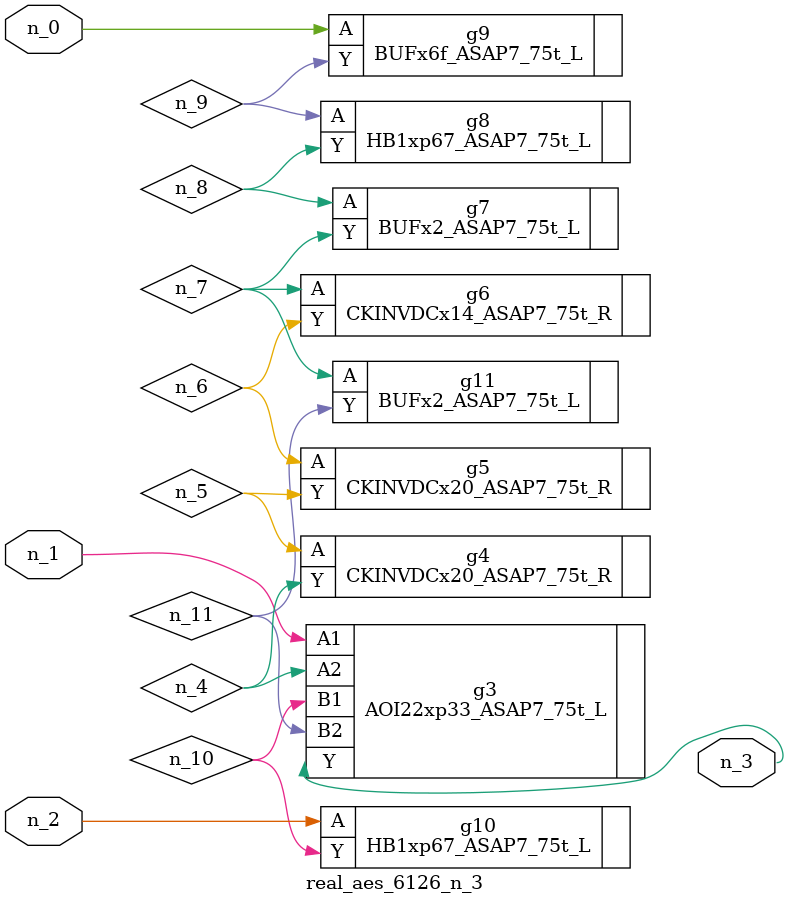
<source format=v>
module real_aes_6126_n_3 (n_0, n_2, n_1, n_3);
input n_0;
input n_2;
input n_1;
output n_3;
wire n_4;
wire n_5;
wire n_7;
wire n_8;
wire n_6;
wire n_9;
wire n_10;
wire n_11;
BUFx6f_ASAP7_75t_L g9 ( .A(n_0), .Y(n_9) );
AOI22xp33_ASAP7_75t_L g3 ( .A1(n_1), .A2(n_4), .B1(n_10), .B2(n_11), .Y(n_3) );
HB1xp67_ASAP7_75t_L g10 ( .A(n_2), .Y(n_10) );
CKINVDCx20_ASAP7_75t_R g4 ( .A(n_5), .Y(n_4) );
CKINVDCx20_ASAP7_75t_R g5 ( .A(n_6), .Y(n_5) );
CKINVDCx14_ASAP7_75t_R g6 ( .A(n_7), .Y(n_6) );
BUFx2_ASAP7_75t_L g11 ( .A(n_7), .Y(n_11) );
BUFx2_ASAP7_75t_L g7 ( .A(n_8), .Y(n_7) );
HB1xp67_ASAP7_75t_L g8 ( .A(n_9), .Y(n_8) );
endmodule
</source>
